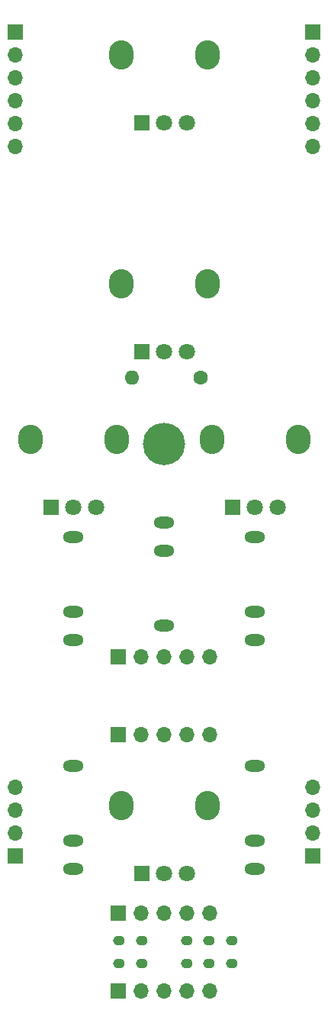
<source format=gbr>
G04 #@! TF.GenerationSoftware,KiCad,Pcbnew,(5.1.10)-1*
G04 #@! TF.CreationDate,2021-07-12T18:34:54+02:00*
G04 #@! TF.ProjectId,YuSynth Improved Steiner VCF Control,59755379-6e74-4682-9049-6d70726f7665,rev?*
G04 #@! TF.SameCoordinates,Original*
G04 #@! TF.FileFunction,Soldermask,Top*
G04 #@! TF.FilePolarity,Negative*
%FSLAX46Y46*%
G04 Gerber Fmt 4.6, Leading zero omitted, Abs format (unit mm)*
G04 Created by KiCad (PCBNEW (5.1.10)-1) date 2021-07-12 18:34:54*
%MOMM*%
%LPD*%
G01*
G04 APERTURE LIST*
%ADD10O,1.300000X1.100000*%
%ADD11O,1.700000X1.700000*%
%ADD12R,1.700000X1.700000*%
%ADD13C,4.700000*%
%ADD14O,1.600000X1.600000*%
%ADD15C,1.600000*%
%ADD16O,2.720000X3.240000*%
%ADD17C,1.800000*%
%ADD18R,1.800000X1.800000*%
%ADD19O,2.300000X1.300000*%
G04 APERTURE END LIST*
D10*
G04 #@! TO.C,SW1*
X26550000Y-108438000D03*
X24050000Y-108438000D03*
X21550000Y-108438000D03*
X16550000Y-108438000D03*
X14050000Y-108438000D03*
X26550000Y-105938000D03*
X24050000Y-105938000D03*
X21550000Y-105938000D03*
X16550000Y-105938000D03*
X14050000Y-105938000D03*
G04 #@! TD*
D11*
G04 #@! TO.C,J13*
X24130000Y-111510000D03*
X21590000Y-111510000D03*
X19050000Y-111510000D03*
X16510000Y-111510000D03*
D12*
X13970000Y-111510000D03*
G04 #@! TD*
D11*
G04 #@! TO.C,J12*
X24130000Y-102870000D03*
X21590000Y-102870000D03*
X19050000Y-102870000D03*
X16510000Y-102870000D03*
D12*
X13970000Y-102870000D03*
G04 #@! TD*
D13*
G04 #@! TO.C,H1*
X19050000Y-50800000D03*
G04 #@! TD*
D11*
G04 #@! TO.C,J11*
X35560000Y-17780000D03*
X35560000Y-15240000D03*
X35560000Y-12700000D03*
X35560000Y-10160000D03*
X35560000Y-7620000D03*
D12*
X35560000Y-5080000D03*
G04 #@! TD*
D11*
G04 #@! TO.C,J10*
X2540000Y-17780000D03*
X2540000Y-15240000D03*
X2540000Y-12700000D03*
X2540000Y-10160000D03*
X2540000Y-7620000D03*
D12*
X2540000Y-5080000D03*
G04 #@! TD*
D11*
G04 #@! TO.C,J9*
X35560000Y-88900000D03*
X35560000Y-91440000D03*
X35560000Y-93980000D03*
D12*
X35560000Y-96520000D03*
G04 #@! TD*
D11*
G04 #@! TO.C,J8*
X2540000Y-88900000D03*
X2540000Y-91440000D03*
X2540000Y-93980000D03*
D12*
X2540000Y-96520000D03*
G04 #@! TD*
D14*
G04 #@! TO.C,R1*
X15494000Y-43434000D03*
D15*
X23114000Y-43434000D03*
G04 #@! TD*
D11*
G04 #@! TO.C,J7*
X24130000Y-74420000D03*
X21590000Y-74420000D03*
X19050000Y-74420000D03*
X16510000Y-74420000D03*
D12*
X13970000Y-74420000D03*
G04 #@! TD*
D11*
G04 #@! TO.C,J6*
X24130000Y-83060000D03*
X21590000Y-83060000D03*
X19050000Y-83060000D03*
X16510000Y-83060000D03*
D12*
X13970000Y-83060000D03*
G04 #@! TD*
D16*
G04 #@! TO.C,RV5*
X14250000Y-33020000D03*
X23850000Y-33020000D03*
D17*
X21550000Y-40520000D03*
X19050000Y-40520000D03*
D18*
X16550000Y-40520000D03*
G04 #@! TD*
D16*
G04 #@! TO.C,RV4*
X14250000Y-7620000D03*
X23850000Y-7620000D03*
D17*
X21550000Y-15120000D03*
X19050000Y-15120000D03*
D18*
X16550000Y-15120000D03*
G04 #@! TD*
D19*
G04 #@! TO.C,J5*
X19050000Y-70960000D03*
X19050000Y-62660000D03*
X19050000Y-59560000D03*
G04 #@! TD*
D16*
G04 #@! TO.C,RV3*
X4175000Y-50300000D03*
X13775000Y-50300000D03*
D17*
X11475000Y-57800000D03*
X8975000Y-57800000D03*
D18*
X6475000Y-57800000D03*
G04 #@! TD*
D16*
G04 #@! TO.C,RV2*
X24325000Y-50300000D03*
X33925000Y-50300000D03*
D17*
X31625000Y-57800000D03*
X29125000Y-57800000D03*
D18*
X26625000Y-57800000D03*
G04 #@! TD*
D19*
G04 #@! TO.C,J4*
X29125000Y-61120000D03*
X29125000Y-69420000D03*
X29125000Y-72520000D03*
G04 #@! TD*
G04 #@! TO.C,J3*
X8975000Y-61120000D03*
X8975000Y-69420000D03*
X8975000Y-72520000D03*
G04 #@! TD*
G04 #@! TO.C,J2*
X29125000Y-86520000D03*
X29125000Y-94820000D03*
X29125000Y-97920000D03*
G04 #@! TD*
D16*
G04 #@! TO.C,RV1*
X14262760Y-90940000D03*
X23862760Y-90940000D03*
D17*
X21562760Y-98440000D03*
X19062760Y-98440000D03*
D18*
X16562760Y-98440000D03*
G04 #@! TD*
D19*
G04 #@! TO.C,J1*
X8975000Y-86520000D03*
X8975000Y-94820000D03*
X8975000Y-97920000D03*
G04 #@! TD*
M02*

</source>
